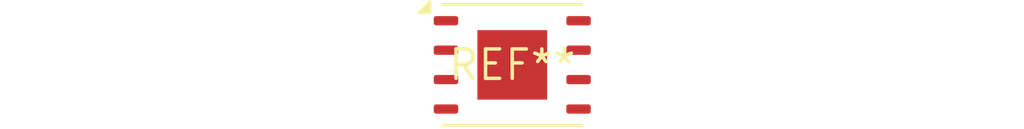
<source format=kicad_pcb>
(kicad_pcb (version 20240108) (generator pcbnew)
  (layers (0 "F.Cu" signal) (31 "B.Cu" signal) (34 "B.Paste" user) (35 "F.Paste" user) (36 "B.SilkS" user "B.Silkscreen") (37 "F.SilkS" user "F.Silkscreen") (38 "B.Mask" user) (39 "F.Mask" user) (44 "Edge.Cuts" user))
  (net 0 "")
  (footprint "W-PDFN-8-1EP_6x5mm_P1.27mm_EP3x3mm" (layer "F.Cu") (at 0 0)
    (property "Reference" "REF**")
    (property "Value" "W-PDFN-8-1EP_6x5mm_P1.27mm_EP3x3mm")
    (fp_line (start -3 -2.61) (end 3 -2.61) (layer "F.SilkS") (stroke (width 0.12)))
    (fp_line (start -3 2.61) (end 3 2.61) (layer "F.SilkS") (stroke (width 0.12)))
    (fp_poly (pts (xy -3.53 -2.26) (xy -4.01 -2.26) (xy -3.53 -2.74) (xy -3.53 -2.26)) (layer "F.SilkS") (stroke (width 0.12)) (fill solid))
    (pad "1" smd roundrect (at -2.85 -1.905) (size 1.05 0.4) (layers "F.Cu" "F.Paste" "F.Mask"))
    (pad "2" smd roundrect (at -2.85 -0.635) (size 1.05 0.4) (layers "F.Cu" "F.Paste" "F.Mask"))
    (pad "3" smd roundrect (at -2.85 0.635) (size 1.05 0.4) (layers "F.Cu" "F.Paste" "F.Mask"))
    (pad "4" smd roundrect (at -2.85 1.905) (size 1.05 0.4) (layers "F.Cu" "F.Paste" "F.Mask"))
    (pad "5" smd roundrect (at 2.85 1.905) (size 1.05 0.4) (layers "F.Cu" "F.Paste" "F.Mask"))
    (pad "6" smd roundrect (at 2.85 0.635) (size 1.05 0.4) (layers "F.Cu" "F.Paste" "F.Mask"))
    (pad "7" smd roundrect (at 2.85 -0.635) (size 1.05 0.4) (layers "F.Cu" "F.Paste" "F.Mask"))
    (pad "8" smd roundrect (at 2.85 -1.905) (size 1.05 0.4) (layers "F.Cu" "F.Paste" "F.Mask"))
    (pad "9" smd rect (at 0 0) (size 3 3) (property pad_prop_heatsink) (layers "F.Cu" "F.Mask"))
  )
)
</source>
